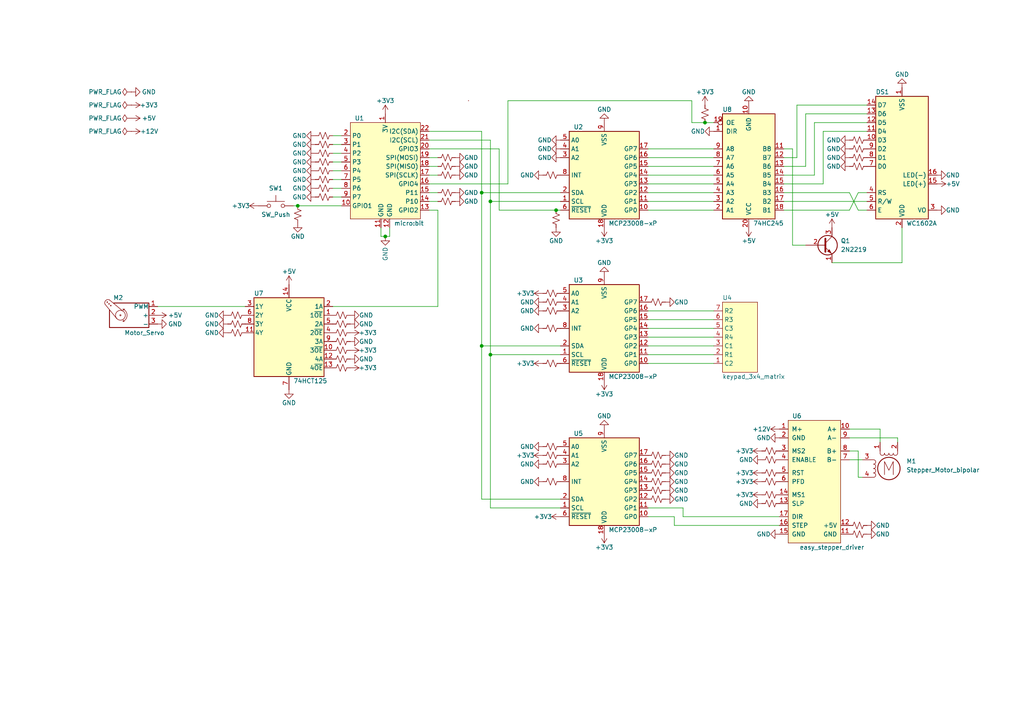
<source format=kicad_sch>
(kicad_sch (version 20211123) (generator eeschema)
  (paper "A4")
  (lib_symbols
    (symbol "74xx:74HC245" (pin_names (offset 1.016))
      (property "Reference" "U8" (at -7.62 -16.51 0))
      (property "Value" "74HC245" (at 1.27 16.51 0))
      (symbol "74HC245_1_0"
        (pin input line (at -10.16 -10.16 0) (length 2.54) (name "DIR") (number "1"))
        (pin power_in line (at 0 -17.78 90) (length 2.54) (name "GND") (number "10"))
        (pin tri_state line (at 10.16 -5.08 180) (length 2.54) (name "B8") (number "11"))
        (pin tri_state line (at 10.16 -2.54 180) (length 2.54) (name "B7") (number "12"))
        (pin tri_state line (at 10.16 0 180) (length 2.54) (name "B6") (number "13"))
        (pin tri_state line (at 10.16 2.54 180) (length 2.54) (name "B5") (number "14"))
        (pin tri_state line (at 10.16 5.08 180) (length 2.54) (name "B4") (number "15"))
        (pin tri_state line (at 10.16 7.62 180) (length 2.54) (name "B3") (number "16"))
        (pin tri_state line (at 10.16 10.16 180) (length 2.54) (name "B2") (number "17"))
        (pin tri_state line (at 10.16 12.7 180) (length 2.54) (name "B1") (number "18"))
        (pin input inverted (at -10.16 -12.7 0) (length 2.54) (name "OE") (number "19"))
        (pin tri_state line (at -10.16 12.7 0) (length 2.54) (name "A1") (number "2"))
        (pin power_in line (at 0 17.78 270) (length 2.54) (name "VCC") (number "20"))
        (pin tri_state line (at -10.16 10.16 0) (length 2.54) (name "A2") (number "3"))
        (pin tri_state line (at -10.16 7.62 0) (length 2.54) (name "A3") (number "4"))
        (pin tri_state line (at -10.16 5.08 0) (length 2.54) (name "A4") (number "5"))
        (pin tri_state line (at -10.16 2.54 0) (length 2.54) (name "A5") (number "6"))
        (pin tri_state line (at -10.16 0 0) (length 2.54) (name "A6") (number "7"))
        (pin tri_state line (at -10.16 -2.54 0) (length 2.54) (name "A7") (number "8"))
        (pin tri_state line (at -10.16 -5.08 0) (length 2.54) (name "A8") (number "9"))
      )
      (symbol "74HC245_1_1"
        (rectangle (start -7.62 15.24) (end 7.62 -15.24) (stroke (width 0.254)) (fill (type background)))
      )
    )
    (symbol "DIYer_Cutter:74HCT125" (pin_names (offset 0.254))
      (property "Reference" "U" (at 2.54 15.24 0))
      (property "Value" "74HCT125" (at -5.08 2.54 0))
      (symbol "74HCT125_0_0"
        (pin power_in line (at 0 17.78 270) (length 3.81) (name "VCC") (number "14"))
        (pin power_in line (at 0 -12.7 90) (length 3.81) (name "GND") (number "7"))
      )
      (symbol "74HCT125_0_1"
        (rectangle (start -10.16 13.97) (end 10.16 -8.89) (stroke (width 0.254)) (fill (type background)))
      )
      (symbol "74HCT125_1_1"
        (pin input line (at -12.7 8.89 0) (length 2.54) (name "1~{OE}") (number "1"))
        (pin input line (at -12.7 -1.27 0) (length 2.54) (name "3~{OE}") (number "10"))
        (pin output line (at 12.7 3.81 180) (length 2.54) (name "4Y") (number "11"))
        (pin input line (at -12.7 -3.81 0) (length 2.54) (name "4A") (number "12"))
        (pin input line (at -12.7 -6.35 0) (length 2.54) (name "4~{OE}") (number "13"))
        (pin input line (at -12.7 11.43 0) (length 2.54) (name "1A") (number "2"))
        (pin output line (at 12.7 11.43 180) (length 2.54) (name "1Y") (number "3"))
        (pin input line (at -12.7 3.81 0) (length 2.54) (name "2~{OE}") (number "4"))
        (pin input line (at -12.7 6.35 0) (length 2.54) (name "2A") (number "5"))
        (pin output line (at 12.7 8.89 180) (length 2.54) (name "2Y") (number "6"))
        (pin output line (at 12.7 6.35 180) (length 2.54) (name "3Y") (number "8"))
        (pin input line (at -12.7 1.27 0) (length 2.54) (name "3A") (number "9"))
      )
    )
    (symbol "DIYer_Cutter:BBC_micro{colon}bit_Breakout_Board"
      (property "Reference" "U" (at -6.35 15.24 0))
      (property "Value" "BBC_micro{colon}bit_Breakout_Board" (at 16.51 -15.24 0))
      (symbol "BBC_micro{colon}bit_Breakout_Board_0_1"
        (rectangle (start -10.16 13.97) (end 10.16 -13.97) (fill (type background)))
        (rectangle (start 24.13 20.32) (end 24.13 20.32))
        (rectangle (start 24.13 20.32) (end 24.13 20.32))
        (rectangle (start 24.13 20.32) (end 24.13 20.32))
        (rectangle (start 24.13 20.32) (end 24.13 20.32))
        (rectangle (start 24.13 20.32) (end 24.13 20.32))
      )
      (symbol "BBC_micro{colon}bit_Breakout_Board_1_1"
        (pin power_in line (at 0 16.51 270) (length 2.54) (name "3V") (number "1"))
        (pin bidirectional line (at -12.7 -10.16 0) (length 2.54) (name "P8") (number "10") (alternate "GPIO1" bidirectional line))
        (pin power_in line (at -1.27 -16.51 90) (length 2.54) (name "GND") (number "11"))
        (pin power_in line (at 1.27 -16.51 90) (length 2.54) (name "GND") (number "12"))
        (pin bidirectional line (at 12.7 -11.43 180) (length 2.54) (name "P9") (number "13") (alternate "GPIO2" bidirectional line))
        (pin bidirectional line (at 12.7 -8.89 180) (length 2.54) (name "P10") (number "14"))
        (pin bidirectional line (at 12.7 -6.35 180) (length 2.54) (name "P11") (number "15"))
        (pin bidirectional line (at 12.7 -3.81 180) (length 2.54) (name "P12") (number "16") (alternate "GPIO4" bidirectional line))
        (pin bidirectional line (at 12.7 -1.27 180) (length 2.54) (name "P13") (number "17") (alternate "SPI(SCLK)" output line))
        (pin bidirectional line (at 12.7 1.27 180) (length 2.54) (name "P14") (number "18") (alternate "SPI(MISO)" input line))
        (pin bidirectional line (at 12.7 3.81 180) (length 2.54) (name "P15") (number "19") (alternate "SPI(MOSI)" output line))
        (pin bidirectional line (at -12.7 10.16 0) (length 2.54) (name "P0") (number "2"))
        (pin bidirectional line (at 12.7 6.35 180) (length 2.54) (name "P16") (number "20") (alternate "GPIO3" bidirectional line))
        (pin bidirectional line (at 12.7 8.89 180) (length 2.54) (name "P19") (number "21") (alternate "I2C(SCL)" output line))
        (pin bidirectional line (at 12.7 11.43 180) (length 2.54) (name "P20") (number "22") (alternate "I2C(SDA)" bidirectional line))
        (pin bidirectional line (at -12.7 7.62 0) (length 2.54) (name "P1") (number "3"))
        (pin bidirectional line (at -12.7 5.08 0) (length 2.54) (name "P2") (number "4"))
        (pin bidirectional line (at -12.7 2.54 0) (length 2.54) (name "P3") (number "5"))
        (pin bidirectional line (at -12.7 0 0) (length 2.54) (name "P4") (number "6"))
        (pin bidirectional line (at -12.7 -2.54 0) (length 2.54) (name "P5") (number "7"))
        (pin bidirectional line (at -12.7 -5.08 0) (length 2.54) (name "P6") (number "8"))
        (pin bidirectional line (at -12.7 -7.62 0) (length 2.54) (name "P7") (number "9"))
      )
    )
    (symbol "DIYer_Cutter:easy_stepper_driver" (pin_names (offset 1.016))
      (property "Reference" "U" (at -6.35 10.16 0))
      (property "Value" "easy_stepper_driver" (at 5.08 -27.94 0))
      (symbol "easy_stepper_driver_0_1"
        (rectangle (start -7.62 8.89) (end 7.62 -26.67) (fill (type background)))
      )
      (symbol "easy_stepper_driver_1_1"
        (pin power_in line (at -10.16 6.35 0) (length 2.54) (name "M+") (number "1"))
        (pin output line (at 10.16 6.35 180) (length 2.54) (name "A+") (number "10"))
        (pin power_out line (at 10.16 -24.13 180) (length 2.54) (name "GND") (number "11"))
        (pin power_out line (at 10.16 -21.59 180) (length 2.54) (name "+5V") (number "12"))
        (pin input line (at -10.16 -15.24 0) (length 2.54) (name "SLP") (number "13"))
        (pin input line (at -10.16 -12.7 0) (length 2.54) (name "MS1") (number "14"))
        (pin power_in line (at -10.16 -24.13 0) (length 2.54) (name "GND") (number "15"))
        (pin input line (at -10.16 -21.59 0) (length 2.54) (name "STEP") (number "16"))
        (pin input line (at -10.16 -19.05 0) (length 2.54) (name "DIR") (number "17"))
        (pin power_in line (at -10.16 3.81 0) (length 2.54) (name "GND") (number "2"))
        (pin input line (at -10.16 0 0) (length 2.54) (name "MS2") (number "3"))
        (pin input line (at -10.16 -2.54 0) (length 2.54) (name "ENABLE") (number "4"))
        (pin input line (at -10.16 -6.35 0) (length 2.54) (name "RST") (number "5"))
        (pin input line (at -10.16 -8.89 0) (length 2.54) (name "PFD") (number "6"))
        (pin output line (at 10.16 -2.54 180) (length 2.54) (name "B-") (number "7"))
        (pin output line (at 10.16 0 180) (length 2.54) (name "B+") (number "8"))
        (pin output line (at 10.16 3.81 180) (length 2.54) (name "A-") (number "9"))
      )
    )
    (symbol "DIYer_Cutter:keypad_3x4_matrix"
      (property "Reference" "U" (at -8.89 7.62 0))
      (property "Value" "keypad_3x4_matrix" (at 17.78 -5.08 0))
      (symbol "keypad_3x4_matrix_0_1"
        (rectangle (start -10.16 6.35) (end 10.16 -3.81) (fill (type background)))
      )
      (symbol "keypad_3x4_matrix_1_1"
        (pin output line (at -7.62 -6.35 90) (length 2.54) (name "C2") (number "1"))
        (pin output line (at -5.08 -6.35 90) (length 2.54) (name "R1") (number "2"))
        (pin output line (at -2.54 -6.35 90) (length 2.54) (name "C1") (number "3"))
        (pin output line (at 0 -6.35 90) (length 2.54) (name "R4") (number "4"))
        (pin output line (at 2.54 -6.35 90) (length 2.54) (name "C3") (number "5"))
        (pin output line (at 5.08 -6.35 90) (length 2.54) (name "R3") (number "6"))
        (pin output line (at 7.62 -6.35 90) (length 2.54) (name "R2") (number "7"))
      )
    )
    (symbol "Device:R_Small_US" (pin_numbers hide) (pin_names (offset 0.254) hide)
      (property "Reference" "R" (at 0.762 0.508 0))
      (property "Value" "R_Small_US" (at 0.762 -1.016 0))
      (symbol "R_Small_US_1_1"
        (polyline (pts (xy 0 0) (xy 1.016 -0.381) (xy 0 -0.762) (xy -1.016 -1.143) (xy 0 -1.524)))
        (polyline (pts (xy 0 1.524) (xy 1.016 1.143) (xy 0 0.762) (xy -1.016 0.381) (xy 0 0)))
        (pin passive line (at 0 2.54 270) (length 1.016) (name "~") (number "1"))
        (pin passive line (at 0 -2.54 90) (length 1.016) (name "~") (number "2"))
      )
    )
    (symbol "Display_Character:WC1602A"
      (property "Reference" "DS" (at -5.842 19.05 0))
      (property "Value" "WC1602A" (at 5.334 19.05 0))
      (symbol "WC1602A_1_1"
        (rectangle (start -7.62 17.78) (end 7.62 -17.78) (stroke (width 0.254)) (fill (type background)))
        (pin power_in line (at 0 -20.32 90) (length 2.54) (name "VSS") (number "1"))
        (pin input line (at -10.16 -5.08 0) (length 2.54) (name "D3") (number "10"))
        (pin input line (at -10.16 -7.62 0) (length 2.54) (name "D4") (number "11"))
        (pin input line (at -10.16 -10.16 0) (length 2.54) (name "D5") (number "12"))
        (pin input line (at -10.16 -12.7 0) (length 2.54) (name "D6") (number "13"))
        (pin input line (at -10.16 -15.24 0) (length 2.54) (name "D7") (number "14"))
        (pin power_in line (at 10.16 7.62 180) (length 2.54) (name "LED(+)") (number "15"))
        (pin power_in line (at 10.16 5.08 180) (length 2.54) (name "LED(-)") (number "16"))
        (pin power_in line (at 0 20.32 270) (length 2.54) (name "VDD") (number "2"))
        (pin input line (at 10.16 15.24 180) (length 2.54) (name "VO") (number "3"))
        (pin input line (at -10.16 10.16 0) (length 2.54) (name "RS") (number "4"))
        (pin input line (at -10.16 12.7 0) (length 2.54) (name "R/W") (number "5"))
        (pin input line (at -10.16 15.24 0) (length 2.54) (name "E") (number "6"))
        (pin input line (at -10.16 2.54 0) (length 2.54) (name "D0") (number "7"))
        (pin input line (at -10.16 0 0) (length 2.54) (name "D1") (number "8"))
        (pin input line (at -10.16 -2.54 0) (length 2.54) (name "D2") (number "9"))
      )
    )
    (symbol "Interface_Expansion:MCP23008-xP"
      (property "Reference" "U" (at -8.89 13.97 0))
      (property "Value" "MCP23008-xP" (at 8.89 13.97 0))
      (symbol "MCP23008-xP_0_1"
        (rectangle (start -10.16 12.7) (end 10.16 -12.7) (stroke (width 0.254)) (fill (type background)))
      )
      (symbol "MCP23008-xP_1_1"
        (pin input line (at -12.7 7.62 0) (length 2.54) (name "SCL") (number "1"))
        (pin bidirectional line (at 12.7 10.16 180) (length 2.54) (name "GP0") (number "10"))
        (pin bidirectional line (at 12.7 7.62 180) (length 2.54) (name "GP1") (number "11"))
        (pin bidirectional line (at 12.7 5.08 180) (length 2.54) (name "GP2") (number "12"))
        (pin bidirectional line (at 12.7 2.54 180) (length 2.54) (name "GP3") (number "13"))
        (pin bidirectional line (at 12.7 0 180) (length 2.54) (name "GP4") (number "14"))
        (pin bidirectional line (at 12.7 -2.54 180) (length 2.54) (name "GP5") (number "15"))
        (pin bidirectional line (at 12.7 -5.08 180) (length 2.54) (name "GP6") (number "16"))
        (pin bidirectional line (at 12.7 -7.62 180) (length 2.54) (name "GP7") (number "17"))
        (pin power_in line (at 0 15.24 270) (length 2.54) (name "VDD") (number "18"))
        (pin bidirectional line (at -12.7 5.08 0) (length 2.54) (name "SDA") (number "2"))
        (pin input line (at -12.7 -5.08 0) (length 2.54) (name "A2") (number "3"))
        (pin input line (at -12.7 -7.62 0) (length 2.54) (name "A1") (number "4"))
        (pin input line (at -12.7 -10.16 0) (length 2.54) (name "A0") (number "5"))
        (pin input line (at -12.7 10.16 0) (length 2.54) (name "~{RESET}") (number "6"))
        (pin no_connect line (at -10.16 -2.54 0) (length 2.54) hide (name "NC") (number "7"))
        (pin output line (at -12.7 0 0) (length 2.54) (name "INT") (number "8"))
        (pin power_in line (at 0 -15.24 90) (length 2.54) (name "VSS") (number "9"))
      )
    )
    (symbol "Motor:Motor_Servo" (pin_names (offset 0.0254))
      (property "Reference" "M" (at -5.08 4.445 0))
      (property "Value" "Motor_Servo" (at -5.08 -4.064 0))
      (symbol "Motor_Servo_0_1"
        (polyline (pts (xy 2.413 -1.778) (xy 2.032 -1.778)))
        (polyline (pts (xy 2.413 -1.778) (xy 2.286 -1.397)))
        (polyline (pts (xy 2.413 1.778) (xy 1.905 1.778)))
        (polyline (pts (xy 2.413 1.778) (xy 2.286 1.397)))
        (polyline (pts (xy 6.35 4.445) (xy 2.54 1.27)))
        (polyline (pts (xy 7.62 3.175) (xy 4.191 -1.016)))
        (polyline (pts (xy 5.08 3.556) (xy -5.08 3.556) (xy -5.08 -3.556) (xy 6.35 -3.556) (xy 6.35 1.524)) (stroke (width 0.254)))
        (arc (start 2.413 1.778) (mid 1.2406 0) (end 2.413 -1.778))
        (circle (center 3.175 0) (radius 0.1778))
        (circle (center 3.175 0) (radius 1.4224))
        (circle (center 5.969 2.794) (radius 0.127))
        (circle (center 6.477 3.302) (radius 0.127))
        (circle (center 6.985 3.81) (radius 0.127))
        (arc (start 7.62 3.175) (mid 7.4485 4.2735) (end 6.35 4.445))
      )
      (symbol "Motor_Servo_1_1"
        (pin passive line (at -7.62 2.54 0) (length 2.54) (name "PWM") (number "1"))
        (pin passive line (at -7.62 0 0) (length 2.54) (name "+") (number "2"))
        (pin passive line (at -7.62 -2.54 0) (length 2.54) (name "-") (number "3"))
      )
    )
    (symbol "Motor:Stepper_Motor_bipolar" (pin_names (offset 0) hide)
      (property "Reference" "M" (at 3.81 2.54 0))
      (property "Value" "Stepper_Motor_bipolar" (at 3.81 1.27 0))
      (symbol "Stepper_Motor_bipolar_0_0"
        (polyline (pts (xy -1.27 -1.778) (xy -1.27 2.032) (xy 0 -0.508) (xy 1.27 2.032) (xy 1.27 -1.778)))
      )
      (symbol "Stepper_Motor_bipolar_0_1"
        (arc (start -4.445 -2.54) (mid -3.81 -1.905) (end -4.445 -1.27))
        (arc (start -4.445 -1.27) (mid -3.81 -0.635) (end -4.445 0))
        (arc (start -4.445 0) (mid -3.81 0.635) (end -4.445 1.27))
        (arc (start -4.445 1.27) (mid -3.81 1.905) (end -4.445 2.54))
        (arc (start -2.54 4.445) (mid -1.905 3.81) (end -1.27 4.445))
        (arc (start -1.27 4.445) (mid -0.635 3.81) (end 0 4.445))
        (polyline (pts (xy -5.08 -2.54) (xy -4.445 -2.54)))
        (polyline (pts (xy -5.08 2.54) (xy -4.445 2.54)))
        (polyline (pts (xy -2.54 5.08) (xy -2.54 4.445)))
        (polyline (pts (xy 2.54 5.08) (xy 2.54 4.445)))
        (circle (center 0 0) (radius 3.2512) (stroke (width 0.254)))
        (arc (start 0 4.445) (mid 0.635 3.81) (end 1.27 4.445))
        (arc (start 1.27 4.445) (mid 1.905 3.81) (end 2.54 4.445))
      )
      (symbol "Stepper_Motor_bipolar_1_1"
        (pin passive line (at -2.54 7.62 270) (length 2.54) (name "~") (number "1"))
        (pin passive line (at 2.54 7.62 270) (length 2.54) (name "-") (number "2"))
        (pin passive line (at -7.62 2.54 0) (length 2.54) (name "~") (number "3"))
        (pin passive line (at -7.62 -2.54 0) (length 2.54) (name "~") (number "4"))
      )
    )
    (symbol "Switch:SW_Push" (pin_numbers hide) (pin_names (offset 1.016) hide)
      (property "Reference" "SW" (at 1.27 2.54 0))
      (property "Value" "SW_Push" (at 0 -1.524 0))
      (symbol "SW_Push_0_1"
        (circle (center -2.032 0) (radius 0.508))
        (polyline (pts (xy 0 1.27) (xy 0 3.048)))
        (polyline (pts (xy 2.54 1.27) (xy -2.54 1.27)))
        (circle (center 2.032 0) (radius 0.508))
        (pin passive line (at -5.08 0 0) (length 2.54) (name "1") (number "1"))
        (pin passive line (at 5.08 0 180) (length 2.54) (name "2") (number "2"))
      )
    )
    (symbol "Transistor_BJT:2N2219" (pin_names (offset 0) hide)
      (property "Reference" "Q" (at 5.08 1.905 0))
      (property "Value" "2N2219" (at 5.08 0 0))
      (symbol "2N2219_0_1"
        (polyline (pts (xy 0.635 0.635) (xy 2.54 2.54)))
        (polyline (pts (xy 0.635 -0.635) (xy 2.54 -2.54) (xy 2.54 -2.54)))
        (polyline (pts (xy 0.635 1.905) (xy 0.635 -1.905) (xy 0.635 -1.905)) (stroke (width 0.508)))
        (polyline (pts (xy 1.27 -1.778) (xy 1.778 -1.27) (xy 2.286 -2.286) (xy 1.27 -1.778) (xy 1.27 -1.778)) (fill (type outline)))
        (circle (center 1.27 0) (radius 2.8194) (stroke (width 0.254)))
      )
      (symbol "2N2219_1_1"
        (pin passive line (at 2.54 -5.08 90) (length 2.54) (name "E") (number "1"))
        (pin passive line (at -5.08 0 0) (length 5.715) (name "B") (number "2"))
        (pin passive line (at 2.54 5.08 270) (length 2.54) (name "C") (number "3"))
      )
    )
    (symbol "power:+12V" (power) (pin_names (offset 0))
      (property "Value" "+12V" (at 0 3.556 0))
      (symbol "+12V_0_1"
        (polyline (pts (xy -0.762 1.27) (xy 0 2.54)))
        (polyline (pts (xy 0 0) (xy 0 2.54)))
        (polyline (pts (xy 0 2.54) (xy 0.762 1.27)))
      )
      (symbol "+12V_1_1"
        (pin power_in line (at 0 0 90) (length 0) hide (name "+12V") (number "1"))
      )
    )
    (symbol "power:+3V3" (power) (pin_names (offset 0))
      (property "Value" "+3V3" (at 0 3.556 0))
      (symbol "+3V3_0_1"
        (polyline (pts (xy -0.762 1.27) (xy 0 2.54)))
        (polyline (pts (xy 0 0) (xy 0 2.54)))
        (polyline (pts (xy 0 2.54) (xy 0.762 1.27)))
      )
      (symbol "+3V3_1_1"
        (pin power_in line (at 0 0 90) (length 0) hide (name "+3V3") (number "1"))
      )
    )
    (symbol "power:+5V" (power) (pin_names (offset 0))
      (property "Value" "+5V" (at 0 3.556 0))
      (symbol "+5V_0_1"
        (polyline (pts (xy -0.762 1.27) (xy 0 2.54)))
        (polyline (pts (xy 0 0) (xy 0 2.54)))
        (polyline (pts (xy 0 2.54) (xy 0.762 1.27)))
      )
      (symbol "+5V_1_1"
        (pin power_in line (at 0 0 90) (length 0) hide (name "+5V") (number "1"))
      )
    )
    (symbol "power:GND" (power) (pin_names (offset 0))
      (property "Value" "GND" (at 0 -3.81 0))
      (symbol "GND_0_1"
        (polyline (pts (xy 0 0) (xy 0 -1.27) (xy 1.27 -1.27) (xy 0 -2.54) (xy -1.27 -1.27) (xy 0 -1.27)))
      )
      (symbol "GND_1_1"
        (pin power_in line (at 0 0 270) (length 0) hide (name "GND") (number "1"))
      )
    )
    (symbol "power:PWR_FLAG" (power) (pin_numbers hide) (pin_names (offset 0) hide)
      (property "Value" "PWR_FLAG" (at 0 3.81 0))
      (symbol "PWR_FLAG_0_0"
        (pin power_out line (at 0 0 90) (length 0) (name "pwr") (number "1"))
      )
      (symbol "PWR_FLAG_0_1"
        (polyline (pts (xy 0 0) (xy 0 1.27) (xy -1.016 1.905) (xy 0 2.54) (xy 1.016 1.905) (xy 0 1.27)))
      )
    )
  )
  (junction (at 111.76 68.58))
  (junction (at 142.24 58.42))
  (junction (at 204.47 35.56))
  (junction (at 139.7 55.88))
  (junction (at 161.29 60.96))
  (junction (at 139.7 100.33))
  (junction (at 86.36 59.69))
  (junction (at 142.24 102.87))
  (wire (pts (xy 113.03 68.58) (xy 113.03 66.04)))
  (wire (pts (xy 187.96 43.18) (xy 207.01 43.18)))
  (wire (pts (xy 96.52 41.91) (xy 99.06 41.91)))
  (wire (pts (xy 227.33 43.18) (xy 229.87 43.18)))
  (wire (pts (xy 124.46 55.88) (xy 127 55.88)))
  (wire (pts (xy 231.14 30.48) (xy 251.46 30.48)))
  (wire (pts (xy 246.38 127) (xy 260.35 127)))
  (wire (pts (xy 195.58 152.4) (xy 195.58 149.86)))
  (wire (pts (xy 96.52 46.99) (xy 99.06 46.99)))
  (wire (pts (xy 241.3 76.2) (xy 261.62 76.2)))
  (wire (pts (xy 142.24 58.42) (xy 142.24 102.87)))
  (wire (pts (xy 248.92 55.88) (xy 251.46 55.88)))
  (wire (pts (xy 187.96 90.17) (xy 207.01 90.17)))
  (wire (pts (xy 142.24 102.87) (xy 162.56 102.87)))
  (wire (pts (xy 187.96 60.96) (xy 207.01 60.96)))
  (wire (pts (xy 96.52 52.07) (xy 99.06 52.07)))
  (wire (pts (xy 187.96 97.79) (xy 207.01 97.79)))
  (wire (pts (xy 195.58 149.86) (xy 187.96 149.86)))
  (wire (pts (xy 139.7 144.78) (xy 162.56 144.78)))
  (wire (pts (xy 96.52 57.15) (xy 99.06 57.15)))
  (wire (pts (xy 260.35 128.27) (xy 260.35 127)))
  (wire (pts (xy 231.14 45.72) (xy 231.14 30.48)))
  (wire (pts (xy 229.87 43.18) (xy 229.87 71.12)))
  (wire (pts (xy 111.76 68.58) (xy 113.03 68.58)))
  (wire (pts (xy 238.76 38.1) (xy 251.46 38.1)))
  (wire (pts (xy 144.78 60.96) (xy 144.78 43.18)))
  (wire (pts (xy 142.24 102.87) (xy 142.24 147.32)))
  (wire (pts (xy 246.38 60.96) (xy 248.92 55.88)))
  (wire (pts (xy 236.22 50.8) (xy 236.22 35.56)))
  (wire (pts (xy 124.46 58.42) (xy 127 58.42)))
  (wire (pts (xy 187.96 100.33) (xy 207.01 100.33)))
  (wire (pts (xy 227.33 48.26) (xy 233.68 48.26)))
  (wire (pts (xy 248.92 60.96) (xy 246.38 55.88)))
  (wire (pts (xy 139.7 38.1) (xy 139.7 55.88)))
  (wire (pts (xy 200.66 35.56) (xy 204.47 35.56)))
  (wire (pts (xy 187.96 92.71) (xy 207.01 92.71)))
  (wire (pts (xy 198.12 147.32) (xy 198.12 149.86)))
  (wire (pts (xy 110.49 68.58) (xy 110.49 66.04)))
  (wire (pts (xy 96.52 54.61) (xy 99.06 54.61)))
  (wire (pts (xy 45.72 88.9) (xy 71.12 88.9)))
  (wire (pts (xy 187.96 105.41) (xy 207.01 105.41)))
  (wire (pts (xy 233.68 71.12) (xy 229.87 71.12)))
  (wire (pts (xy 85.09 59.69) (xy 86.36 59.69)))
  (wire (pts (xy 147.32 29.21) (xy 200.66 29.21)))
  (wire (pts (xy 142.24 58.42) (xy 162.56 58.42)))
  (wire (pts (xy 187.96 58.42) (xy 207.01 58.42)))
  (wire (pts (xy 236.22 35.56) (xy 251.46 35.56)))
  (wire (pts (xy 144.78 60.96) (xy 161.29 60.96)))
  (wire (pts (xy 187.96 95.25) (xy 207.01 95.25)))
  (wire (pts (xy 246.38 133.35) (xy 250.19 133.35)))
  (wire (pts (xy 127 88.9) (xy 96.52 88.9)))
  (wire (pts (xy 246.38 124.46) (xy 255.27 124.46)))
  (wire (pts (xy 110.49 68.58) (xy 111.76 68.58)))
  (wire (pts (xy 139.7 100.33) (xy 139.7 144.78)))
  (wire (pts (xy 139.7 55.88) (xy 139.7 100.33)))
  (wire (pts (xy 96.52 44.45) (xy 99.06 44.45)))
  (wire (pts (xy 255.27 128.27) (xy 255.27 124.46)))
  (wire (pts (xy 187.96 102.87) (xy 207.01 102.87)))
  (wire (pts (xy 96.52 39.37) (xy 99.06 39.37)))
  (wire (pts (xy 142.24 40.64) (xy 142.24 58.42)))
  (wire (pts (xy 124.46 60.96) (xy 127 60.96)))
  (wire (pts (xy 147.32 53.34) (xy 147.32 29.21)))
  (wire (pts (xy 246.38 130.81) (xy 248.92 130.81)))
  (wire (pts (xy 124.46 45.72) (xy 127 45.72)))
  (wire (pts (xy 227.33 45.72) (xy 231.14 45.72)))
  (wire (pts (xy 227.33 60.96) (xy 246.38 60.96)))
  (wire (pts (xy 200.66 29.21) (xy 200.66 35.56)))
  (wire (pts (xy 248.92 130.81) (xy 248.92 138.43)))
  (wire (pts (xy 204.47 35.56) (xy 207.01 35.56)))
  (wire (pts (xy 124.46 40.64) (xy 142.24 40.64)))
  (wire (pts (xy 233.68 33.02) (xy 251.46 33.02)))
  (wire (pts (xy 227.33 55.88) (xy 246.38 55.88)))
  (wire (pts (xy 139.7 55.88) (xy 162.56 55.88)))
  (wire (pts (xy 226.06 152.4) (xy 195.58 152.4)))
  (wire (pts (xy 187.96 55.88) (xy 207.01 55.88)))
  (wire (pts (xy 187.96 50.8) (xy 207.01 50.8)))
  (wire (pts (xy 251.46 60.96) (xy 248.92 60.96)))
  (wire (pts (xy 248.92 138.43) (xy 250.19 138.43)))
  (wire (pts (xy 124.46 50.8) (xy 127 50.8)))
  (wire (pts (xy 233.68 48.26) (xy 233.68 33.02)))
  (wire (pts (xy 127 60.96) (xy 127 88.9)))
  (wire (pts (xy 124.46 43.18) (xy 144.78 43.18)))
  (wire (pts (xy 86.36 59.69) (xy 99.06 59.69)))
  (wire (pts (xy 187.96 53.34) (xy 207.01 53.34)))
  (wire (pts (xy 161.29 60.96) (xy 162.56 60.96)))
  (wire (pts (xy 124.46 53.34) (xy 147.32 53.34)))
  (wire (pts (xy 139.7 100.33) (xy 162.56 100.33)))
  (wire (pts (xy 261.62 76.2) (xy 261.62 66.04)))
  (wire (pts (xy 187.96 45.72) (xy 207.01 45.72)))
  (wire (pts (xy 227.33 50.8) (xy 236.22 50.8)))
  (wire (pts (xy 198.12 149.86) (xy 226.06 149.86)))
  (wire (pts (xy 238.76 53.34) (xy 238.76 38.1)))
  (wire (pts (xy 187.96 48.26) (xy 207.01 48.26)))
  (wire (pts (xy 124.46 38.1) (xy 139.7 38.1)))
  (wire (pts (xy 187.96 147.32) (xy 198.12 147.32)))
  (wire (pts (xy 227.33 58.42) (xy 251.46 58.42)))
  (wire (pts (xy 227.33 53.34) (xy 238.76 53.34)))
  (wire (pts (xy 96.52 49.53) (xy 99.06 49.53)))
  (wire (pts (xy 124.46 48.26) (xy 127 48.26)))
  (wire (pts (xy 142.24 147.32) (xy 162.56 147.32)))
  (symbol (lib_id "power:GND") (at 157.48 90.17 270) (mirror x) (unit 1)
    (property "Reference" "#PWR032" (effects hide))
    (property "Value" "GND" (at 154.94 90.17 90) (effects (justify right)))
  )
  (symbol (lib_id "power:GND") (at 246.38 48.26 270) (mirror x) (unit 1)
    (property "Reference" "#PWR050" (effects hide))
    (property "Value" "GND" (at 243.84 48.26 90) (effects (justify right)))
  )
  (symbol (lib_id "Device:R_Small_US") (at 223.52 133.35 270) (unit 1)
    (property "Reference" "R39" (effects hide))
    (property "Value" "R_Small_US" (effects hide))
  )
  (symbol (lib_id "power:+3V3") (at 101.6 96.52 270) (unit 1)
    (property "Reference" "#PWR0109" (effects hide))
    (property "Value" "+3V3" (at 106.68 96.52 90))
  )
  (symbol (lib_id "power:GND") (at 193.04 139.7 90) (unit 1)
    (property "Reference" "#PWR027" (effects hide))
    (property "Value" "GND" (at 195.58 139.7 90) (effects (justify right)))
  )
  (symbol (lib_id "power:GND") (at 246.38 45.72 270) (mirror x) (unit 1)
    (property "Reference" "#PWR046" (effects hide))
    (property "Value" "GND" (at 243.84 45.72 90) (effects (justify right)))
  )
  (symbol (lib_id "Device:R_Small_US") (at 99.06 99.06 270) (unit 1)
    (property "Reference" "R48" (effects hide))
    (property "Value" "R_Small_US" (effects hide))
  )
  (symbol (lib_id "DIYer_Cutter:BBC_micro{colon}bit_Breakout_Board") (at 111.76 49.53 0) (unit 1)
    (property "Reference" "U1" (at 102.87 34.29 0) (effects (justify left)))
    (property "Value" "micro:bit" (at 114.3 64.77 0) (effects (justify left)))
    (pin "10" (alternate "GPIO1"))
    (pin "13" (alternate "GPIO2"))
    (pin "16" (alternate "GPIO4"))
    (pin "17" (alternate "SPI(SCLK)"))
    (pin "18" (alternate "SPI(MISO)"))
    (pin "19" (alternate "SPI(MOSI)"))
    (pin "20" (alternate "GPIO3"))
    (pin "21" (alternate "I2C(SCL)"))
    (pin "22" (alternate "I2C(SDA)"))
  )
  (symbol (lib_id "power:GND") (at 111.76 68.58 0) (unit 1)
    (property "Reference" "#PWR037" (effects hide))
    (property "Value" "GND" (at 111.76 73.66 90))
  )
  (symbol (lib_id "Device:R_Small_US") (at 248.92 40.64 270) (unit 1)
    (property "Reference" "R3" (effects hide))
    (property "Value" "R_Small_US" (effects hide))
  )
  (symbol (lib_id "power:GND") (at 66.04 93.98 270) (unit 1)
    (property "Reference" "#PWR018" (effects hide))
    (property "Value" "GND" (at 63.5 93.98 90) (effects (justify right)))
  )
  (symbol (lib_id "power:GND") (at 66.04 96.52 270) (unit 1)
    (property "Reference" "#PWR019" (effects hide))
    (property "Value" "GND" (at 63.5 96.52 90) (effects (justify right)))
  )
  (symbol (lib_id "Device:R_Small_US") (at 68.58 91.44 90) (unit 1)
    (property "Reference" "R20" (effects hide))
    (property "Value" "R_Small_US" (effects hide))
  )
  (symbol (lib_id "Device:R_Small_US") (at 248.92 152.4 270) (unit 1)
    (property "Reference" "R23" (effects hide))
    (property "Value" "R_Small_US" (effects hide))
  )
  (symbol (lib_id "power:GND") (at 271.78 60.96 90) (mirror x) (unit 1)
    (property "Reference" "#PWR0153" (effects hide))
    (property "Value" "GND" (at 274.32 60.96 90) (effects (justify right)))
  )
  (symbol (lib_id "DIYer_Cutter:easy_stepper_driver") (at 236.22 130.81 0) (unit 1)
    (property "Reference" "U6" (at 231.14 120.65 0))
    (property "Value" "easy_stepper_driver" (at 241.3 158.75 0))
  )
  (symbol (lib_id "Device:R_Small_US") (at 93.98 46.99 90) (unit 1)
    (property "Reference" "R15" (effects hide))
    (property "Value" "R_Small_US" (effects hide))
  )
  (symbol (lib_id "power:+3V3") (at 157.48 85.09 90) (unit 1)
    (property "Reference" "#PWR0111" (effects hide))
    (property "Value" "+3V3" (at 152.4 85.09 90))
  )
  (symbol (lib_id "power:+5V") (at 217.17 66.04 180) (unit 1)
    (property "Reference" "#PWR0121" (effects hide))
    (property "Value" "+5V" (at 217.17 69.85 0))
  )
  (symbol (lib_id "Transistor_BJT:2N2219") (at 238.76 71.12 0) (unit 1)
    (property "Reference" "Q1" (at 243.84 69.8499 0) (effects (justify left)))
    (property "Value" "2N2219" (at 243.84 72.3899 0) (effects (justify left)))
    (property "Footprint" "Package_TO_SOT_THT:TO-39-3" (effects hide))
    (property "Datasheet" "http://www.onsemi.com/pub_link/Collateral/2N2219-D.PDF" (effects hide))
  )
  (symbol (lib_id "power:GND") (at 91.44 44.45 270) (unit 1)
    (property "Reference" "#PWR010" (effects hide))
    (property "Value" "GND" (at 88.9 44.45 90) (effects (justify right)))
  )
  (symbol (lib_id "Device:R_Small_US") (at 223.52 130.81 270) (unit 1)
    (property "Reference" "R38" (effects hide))
    (property "Value" "R_Small_US" (effects hide))
  )
  (symbol (lib_id "Device:R_Small_US") (at 190.5 87.63 270) (unit 1)
    (property "Reference" "R27" (effects hide))
    (property "Value" "R_Small_US" (effects hide))
  )
  (symbol (lib_id "power:+3V3") (at 162.56 149.86 90) (unit 1)
    (property "Reference" "#PWR0110" (effects hide))
    (property "Value" "+3V3" (at 157.48 149.86 90))
  )
  (symbol (lib_id "power:+12V") (at 226.06 124.46 90) (unit 1)
    (property "Reference" "#PWR0127" (effects hide))
    (property "Value" "+12V" (at 223.52 124.46 90) (effects (justify left)))
  )
  (symbol (lib_id "power:PWR_FLAG") (at 38.1 34.29 90) (unit 1)
    (property "Reference" "#FLG01" (effects hide))
    (property "Value" "PWR_FLAG" (at 30.48 34.29 90))
  )
  (symbol (lib_id "power:GND") (at 193.04 132.08 90) (unit 1)
    (property "Reference" "#PWR024" (effects hide))
    (property "Value" "GND" (at 195.58 132.08 90) (effects (justify right)))
  )
  (symbol (lib_id "power:GND") (at 246.38 43.18 270) (mirror x) (unit 1)
    (property "Reference" "#PWR031" (effects hide))
    (property "Value" "GND" (at 243.84 43.18 90) (effects (justify right)))
  )
  (symbol (lib_id "Device:R_Small_US") (at 160.02 95.25 270) (unit 1)
    (property "Reference" "R26" (effects hide))
    (property "Value" "R_Small_US" (effects hide))
  )
  (symbol (lib_id "power:+3V3") (at 157.48 132.08 90) (unit 1)
    (property "Reference" "#PWR051" (effects hide))
    (property "Value" "+3V3" (at 152.4 132.08 90))
  )
  (symbol (lib_id "power:GND") (at 91.44 52.07 270) (unit 1)
    (property "Reference" "#PWR013" (effects hide))
    (property "Value" "GND" (at 88.9 52.07 90) (effects (justify right)))
  )
  (symbol (lib_id "power:GND") (at 45.72 93.98 90) (unit 1)
    (property "Reference" "#PWR0104" (effects hide))
    (property "Value" "GND" (at 50.8 93.98 90))
  )
  (symbol (lib_id "power:GND") (at 226.06 127 270) (unit 1)
    (property "Reference" "#PWR0129" (effects hide))
    (property "Value" "GND" (at 223.52 127 90) (effects (justify right)))
  )
  (symbol (lib_id "power:+3V3") (at 38.1 30.48 270) (unit 1)
    (property "Reference" "#PWR035" (effects hide))
    (property "Value" "+3V3" (at 43.18 30.48 90))
  )
  (symbol (lib_id "power:GND") (at 175.26 124.46 0) (mirror x) (unit 1)
    (property "Reference" "#PWR0138" (effects hide))
    (property "Value" "GND" (at 175.26 120.65 0))
  )
  (symbol (lib_id "Display_Character:WC1602A") (at 261.62 45.72 0) (mirror x) (unit 1)
    (property "Reference" "DS1" (at 254 26.67 0) (effects (justify left)))
    (property "Value" "WC1602A" (at 262.89 64.77 0) (effects (justify left)))
    (property "Footprint" "Display:WC1602A" (effects hide))
    (property "Datasheet" "http://www.wincomlcd.com/pdf/WC1602A-SFYLYHTC06.pdf" (effects hide))
  )
  (symbol (lib_id "power:+3V3") (at 175.26 110.49 180) (unit 1)
    (property "Reference" "#PWR0119" (effects hide))
    (property "Value" "+3V3" (at 175.26 114.3 0))
  )
  (symbol (lib_id "Device:R_Small_US") (at 190.5 132.08 270) (unit 1)
    (property "Reference" "R28" (effects hide))
    (property "Value" "R_Small_US" (effects hide))
  )
  (symbol (lib_id "power:GND") (at 132.08 58.42 90) (unit 1)
    (property "Reference" "#PWR02" (effects hide))
    (property "Value" "GND" (at 134.62 58.42 90) (effects (justify right)))
  )
  (symbol (lib_id "power:GND") (at 101.6 104.14 90) (unit 1)
    (property "Reference" "#PWR044" (effects hide))
    (property "Value" "GND" (at 104.14 104.14 90) (effects (justify right)))
  )
  (symbol (lib_id "Device:R_Small_US") (at 190.5 137.16 270) (unit 1)
    (property "Reference" "R30" (effects hide))
    (property "Value" "R_Small_US" (effects hide))
  )
  (symbol (lib_id "Device:R_Small_US") (at 248.92 154.94 270) (unit 1)
    (property "Reference" "R24" (effects hide))
    (property "Value" "R_Small_US" (effects hide))
  )
  (symbol (lib_id "Device:R_Small_US") (at 248.92 43.18 270) (unit 1)
    (property "Reference" "R4" (effects hide))
    (property "Value" "R_Small_US" (effects hide))
  )
  (symbol (lib_id "power:GND") (at 91.44 46.99 270) (unit 1)
    (property "Reference" "#PWR011" (effects hide))
    (property "Value" "GND" (at 88.9 46.99 90) (effects (justify right)))
  )
  (symbol (lib_id "power:GND") (at 162.56 45.72 270) (mirror x) (unit 1)
    (property "Reference" "#PWR048" (effects hide))
    (property "Value" "GND" (at 160.02 45.72 90) (effects (justify right)))
  )
  (symbol (lib_id "Device:R_Small_US") (at 190.5 144.78 270) (unit 1)
    (property "Reference" "R33" (effects hide))
    (property "Value" "R_Small_US" (effects hide))
  )
  (symbol (lib_id "power:GND") (at 193.04 137.16 90) (unit 1)
    (property "Reference" "#PWR026" (effects hide))
    (property "Value" "GND" (at 195.58 137.16 90) (effects (justify right)))
  )
  (symbol (lib_id "power:GND") (at 157.48 129.54 270) (mirror x) (unit 1)
    (property "Reference" "#PWR0107" (effects hide))
    (property "Value" "GND" (at 154.94 129.54 90) (effects (justify right)))
  )
  (symbol (lib_id "power:+3V3") (at 220.98 130.81 90) (unit 1)
    (property "Reference" "#PWR0130" (effects hide))
    (property "Value" "+3V3" (at 215.9 130.81 90))
  )
  (symbol (lib_id "power:GND") (at 207.01 38.1 270) (mirror x) (unit 1)
    (property "Reference" "#PWR0105" (effects hide))
    (property "Value" "GND" (at 204.47 38.1 90) (effects (justify right)))
  )
  (symbol (lib_id "power:GND") (at 246.38 40.64 270) (mirror x) (unit 1)
    (property "Reference" "#PWR08" (effects hide))
    (property "Value" "GND" (at 243.84 40.64 90) (effects (justify right)))
  )
  (symbol (lib_id "power:GND") (at 175.26 80.01 0) (mirror x) (unit 1)
    (property "Reference" "#PWR0115" (effects hide))
    (property "Value" "GND" (at 175.26 76.2 0))
  )
  (symbol (lib_id "Device:R_Small_US") (at 99.06 91.44 270) (unit 1)
    (property "Reference" "R45" (effects hide))
    (property "Value" "R_Small_US" (effects hide))
  )
  (symbol (lib_id "power:GND") (at 157.48 87.63 270) (mirror x) (unit 1)
    (property "Reference" "#PWR030" (effects hide))
    (property "Value" "GND" (at 154.94 87.63 90) (effects (justify right)))
  )
  (symbol (lib_id "Device:R_Small_US") (at 223.52 146.05 270) (unit 1)
    (property "Reference" "R43" (effects hide))
    (property "Value" "R_Small_US" (effects hide))
  )
  (symbol (lib_id "power:+5V") (at 45.72 91.44 270) (unit 1)
    (property "Reference" "#PWR0102" (effects hide))
    (property "Value" "+5V" (at 50.8 91.44 90))
  )
  (symbol (lib_id "Device:R_Small_US") (at 93.98 39.37 90) (unit 1)
    (property "Reference" "R5" (effects hide))
    (property "Value" "R_Small_US" (effects hide))
  )
  (symbol (lib_id "Device:R_Small_US") (at 99.06 104.14 270) (unit 1)
    (property "Reference" "R50" (effects hide))
    (property "Value" "R_Small_US" (effects hide))
  )
  (symbol (lib_id "Device:R_Small_US") (at 93.98 41.91 90) (unit 1)
    (property "Reference" "R13" (effects hide))
    (property "Value" "R_Small_US" (effects hide))
  )
  (symbol (lib_id "Device:R_Small_US") (at 99.06 93.98 270) (unit 1)
    (property "Reference" "R46" (effects hide))
    (property "Value" "R_Small_US" (effects hide))
  )
  (symbol (lib_id "power:+5V") (at 38.1 34.29 270) (unit 1)
    (property "Reference" "#PWR023" (effects hide))
    (property "Value" "+5V" (at 43.18 34.29 90))
  )
  (symbol (lib_id "power:GND") (at 157.48 139.7 270) (mirror x) (unit 1)
    (property "Reference" "#PWR053" (effects hide))
    (property "Value" "GND" (at 154.94 139.7 90) (effects (justify right)))
  )
  (symbol (lib_id "Interface_Expansion:MCP23008-xP") (at 175.26 95.25 0) (mirror x) (unit 1)
    (property "Reference" "U3" (at 166.37 81.28 0) (effects (justify left)))
    (property "Value" "MCP23008-xP" (at 176.53 109.22 0) (effects (justify left)))
    (property "Footprint" "Package_DIP:DIP-18_W7.62mm" (effects hide))
    (property "Datasheet" "http://ww1.microchip.com/downloads/en/DeviceDoc/MCP23008-MCP23S08-Data-Sheet-20001919F.pdf" (effects hide))
  )
  (symbol (lib_id "Device:R_Small_US") (at 190.5 134.62 270) (unit 1)
    (property "Reference" "R29" (effects hide))
    (property "Value" "R_Small_US" (effects hide))
  )
  (symbol (lib_id "power:+5V") (at 241.3 66.04 0) (unit 1)
    (property "Reference" "#PWR0154" (effects hide))
    (property "Value" "+5V" (at 241.3 62.23 0))
  )
  (symbol (lib_id "Device:R_Small_US") (at 160.02 134.62 270) (unit 1)
    (property "Reference" "R57" (effects hide))
    (property "Value" "R_Small_US" (effects hide))
  )
  (symbol (lib_id "Device:R_Small_US") (at 93.98 44.45 90) (unit 1)
    (property "Reference" "R14" (effects hide))
    (property "Value" "R_Small_US" (effects hide))
  )
  (symbol (lib_id "Device:R_Small_US") (at 129.54 58.42 270) (unit 1)
    (property "Reference" "R6" (effects hide))
    (property "Value" "R_Small_US" (effects hide))
  )
  (symbol (lib_id "power:+3V3") (at 175.26 154.94 180) (unit 1)
    (property "Reference" "#PWR0135" (effects hide))
    (property "Value" "+3V3" (at 175.26 158.75 0))
  )
  (symbol (lib_id "power:GND") (at 38.1 26.67 90) (unit 1)
    (property "Reference" "#PWR022" (effects hide))
    (property "Value" "GND" (at 43.18 26.67 90))
  )
  (symbol (lib_id "Device:R_Small_US") (at 99.06 101.6 270) (unit 1)
    (property "Reference" "R49" (effects hide))
    (property "Value" "R_Small_US" (effects hide))
  )
  (symbol (lib_id "Device:R_Small_US") (at 160.02 132.08 270) (unit 1)
    (property "Reference" "R56" (effects hide))
    (property "Value" "R_Small_US" (effects hide))
  )
  (symbol (lib_id "Device:R_Small_US") (at 190.5 142.24 270) (unit 1)
    (property "Reference" "R32" (effects hide))
    (property "Value" "R_Small_US" (effects hide))
  )
  (symbol (lib_id "power:GND") (at 132.08 45.72 90) (unit 1)
    (property "Reference" "#PWR05" (effects hide))
    (property "Value" "GND" (at 134.62 45.72 90) (effects (justify right)))
  )
  (symbol (lib_id "Device:R_Small_US") (at 223.52 143.51 270) (unit 1)
    (property "Reference" "R42" (effects hide))
    (property "Value" "R_Small_US" (effects hide))
  )
  (symbol (lib_id "power:GND") (at 101.6 91.44 90) (unit 1)
    (property "Reference" "#PWR040" (effects hide))
    (property "Value" "GND" (at 104.14 91.44 90) (effects (justify right)))
  )
  (symbol (lib_id "Device:R_Small_US") (at 129.54 45.72 270) (unit 1)
    (property "Reference" "R8" (effects hide))
    (property "Value" "R_Small_US" (effects hide))
  )
  (symbol (lib_id "power:GND") (at 251.46 154.94 90) (unit 1)
    (property "Reference" "#PWR021" (effects hide))
    (property "Value" "GND" (at 254 154.94 90) (effects (justify right)))
  )
  (symbol (lib_id "power:GND") (at 157.48 50.8 270) (mirror x) (unit 1)
    (property "Reference" "#PWR049" (effects hide))
    (property "Value" "GND" (at 154.94 50.8 90) (effects (justify right)))
  )
  (symbol (lib_id "power:GND") (at 66.04 91.44 270) (unit 1)
    (property "Reference" "#PWR017" (effects hide))
    (property "Value" "GND" (at 63.5 91.44 90) (effects (justify right)))
  )
  (symbol (lib_id "Device:R_Small_US") (at 160.02 87.63 270) (unit 1)
    (property "Reference" "R35" (effects hide))
    (property "Value" "R_Small_US" (effects hide))
  )
  (symbol (lib_id "power:GND") (at 161.29 66.04 0) (mirror y) (unit 1)
    (property "Reference" "#PWR0112" (effects hide))
    (property "Value" "GND" (at 161.29 69.85 0))
  )
  (symbol (lib_id "power:+3V3") (at 220.98 143.51 90) (unit 1)
    (property "Reference" "#PWR0132" (effects hide))
    (property "Value" "+3V3" (at 215.9 143.51 90))
  )
  (symbol (lib_id "power:GND") (at 271.78 50.8 90) (mirror x) (unit 1)
    (property "Reference" "#PWR0152" (effects hide))
    (property "Value" "GND" (at 274.32 50.8 90) (effects (justify right)))
  )
  (symbol (lib_id "power:GND") (at 217.17 30.48 0) (mirror x) (unit 1)
    (property "Reference" "#PWR0147" (effects hide))
    (property "Value" "GND" (at 217.17 26.67 0))
  )
  (symbol (lib_id "power:+12V") (at 38.1 38.1 270) (unit 1)
    (property "Reference" "#PWR036" (effects hide))
    (property "Value" "+12V" (at 40.64 38.1 90) (effects (justify left)))
  )
  (symbol (lib_id "Device:R_Small_US") (at 68.58 93.98 90) (unit 1)
    (property "Reference" "R21" (effects hide))
    (property "Value" "R_Small_US" (effects hide))
  )
  (symbol (lib_id "power:GND") (at 193.04 87.63 90) (unit 1)
    (property "Reference" "#PWR0103" (effects hide))
    (property "Value" "GND" (at 195.58 87.63 90) (effects (justify right)))
  )
  (symbol (lib_id "power:GND") (at 157.48 95.25 270) (mirror x) (unit 1)
    (property "Reference" "#PWR033" (effects hide))
    (property "Value" "GND" (at 154.94 95.25 90) (effects (justify right)))
  )
  (symbol (lib_id "power:GND") (at 101.6 93.98 90) (unit 1)
    (property "Reference" "#PWR041" (effects hide))
    (property "Value" "GND" (at 104.14 93.98 90) (effects (justify right)))
  )
  (symbol (lib_id "power:GND") (at 132.08 48.26 90) (unit 1)
    (property "Reference" "#PWR06" (effects hide))
    (property "Value" "GND" (at 134.62 48.26 90) (effects (justify right)))
  )
  (symbol (lib_id "Switch:SW_Push") (at 80.01 59.69 0) (unit 1)
    (property "Reference" "SW1" (at 80.01 54.61 0))
    (property "Value" "SW_Push" (at 80.01 62.23 0))
  )
  (symbol (lib_id "Interface_Expansion:MCP23008-xP") (at 175.26 50.8 0) (mirror x) (unit 1)
    (property "Reference" "U2" (at 166.37 36.83 0) (effects (justify left)))
    (property "Value" "MCP23008-xP" (at 176.53 64.77 0) (effects (justify left)))
    (property "Footprint" "Package_DIP:DIP-18_W7.62mm" (effects hide))
    (property "Datasheet" "http://ww1.microchip.com/downloads/en/DeviceDoc/MCP23008-MCP23S08-Data-Sheet-20001919F.pdf" (effects hide))
  )
  (symbol (lib_id "power:+3V3") (at 204.47 30.48 0) (unit 1)
    (property "Reference" "#PWR04" (effects hide))
    (property "Value" "+3V3" (at 204.47 26.67 0))
  )
  (symbol (lib_id "power:GND") (at 162.56 40.64 270) (mirror x) (unit 1)
    (property "Reference" "#PWR0108" (effects hide))
    (property "Value" "GND" (at 160.02 40.64 90) (effects (justify right)))
  )
  (symbol (lib_id "Device:R_Small_US") (at 129.54 48.26 270) (unit 1)
    (property "Reference" "R9" (effects hide))
    (property "Value" "R_Small_US" (effects hide))
  )
  (symbol (lib_id "Device:R_Small_US") (at 160.02 85.09 270) (unit 1)
    (property "Reference" "R34" (effects hide))
    (property "Value" "R_Small_US" (effects hide))
  )
  (symbol (lib_id "Device:R_Small_US") (at 223.52 137.16 270) (unit 1)
    (property "Reference" "R40" (effects hide))
    (property "Value" "R_Small_US" (effects hide))
  )
  (symbol (lib_id "power:GND") (at 162.56 43.18 270) (mirror x) (unit 1)
    (property "Reference" "#PWR047" (effects hide))
    (property "Value" "GND" (at 160.02 43.18 90) (effects (justify right)))
  )
  (symbol (lib_id "Device:R_Small_US") (at 160.02 129.54 270) (unit 1)
    (property "Reference" "R55" (effects hide))
    (property "Value" "R_Small_US" (effects hide))
  )
  (symbol (lib_id "power:+3V3") (at 175.26 66.04 180) (unit 1)
    (property "Reference" "#PWR0118" (effects hide))
    (property "Value" "+3V3" (at 175.26 69.85 0))
  )
  (symbol (lib_id "power:GND") (at 91.44 41.91 270) (unit 1)
    (property "Reference" "#PWR03" (effects hide))
    (property "Value" "GND" (at 88.9 41.91 90) (effects (justify right)))
  )
  (symbol (lib_id "power:GND") (at 83.82 113.03 0) (unit 1)
    (property "Reference" "#PWR0106" (effects hide))
    (property "Value" "GND" (at 83.82 116.84 0))
  )
  (symbol (lib_id "power:+3V3") (at 157.48 105.41 90) (unit 1)
    (property "Reference" "#PWR034" (effects hide))
    (property "Value" "+3V3" (at 152.4 105.41 90))
  )
  (symbol (lib_id "Device:R_Small_US") (at 160.02 50.8 270) (unit 1)
    (property "Reference" "R53" (effects hide))
    (property "Value" "R_Small_US" (effects hide))
  )
  (symbol (lib_id "power:GND") (at 175.26 35.56 0) (mirror x) (unit 1)
    (property "Reference" "#PWR0123" (effects hide))
    (property "Value" "GND" (at 175.26 31.75 0))
  )
  (symbol (lib_id "74xx:74HC245") (at 217.17 48.26 0) (mirror x) (unit 1)
    (property "Reference" "U8" (at 209.55 31.75 0) (effects (justify left)))
    (property "Value" "74HC245" (at 218.44 64.77 0) (effects (justify left)))
    (property "Footprint" "Package_DIP:DIP-20_W7.62mm" (effects hide))
    (property "Datasheet" "http://www.ti.com/lit/gpn/sn74HC245" (effects hide))
  )
  (symbol (lib_id "power:+3V3") (at 101.6 106.68 270) (unit 1)
    (property "Reference" "#PWR045" (effects hide))
    (property "Value" "+3V3" (at 106.68 106.68 90))
  )
  (symbol (lib_id "power:+3V3") (at 220.98 137.16 90) (unit 1)
    (property "Reference" "#PWR0126" (effects hide))
    (property "Value" "+3V3" (at 215.9 137.16 90))
  )
  (symbol (lib_id "power:+3V3") (at 101.6 101.6 270) (unit 1)
    (property "Reference" "#PWR043" (effects hide))
    (property "Value" "+3V3" (at 106.68 101.6 90))
  )
  (symbol (lib_id "Device:R_Small_US") (at 223.52 139.7 270) (unit 1)
    (property "Reference" "R41" (effects hide))
    (property "Value" "R_Small_US" (effects hide))
  )
  (symbol (lib_id "Device:R_Small_US") (at 99.06 96.52 270) (unit 1)
    (property "Reference" "R47" (effects hide))
    (property "Value" "R_Small_US" (effects hide))
  )
  (symbol (lib_id "power:GND") (at 261.62 25.4 0) (mirror x) (unit 1)
    (property "Reference" "#PWR0150" (effects hide))
    (property "Value" "GND" (at 261.62 21.59 0))
  )
  (symbol (lib_id "power:GND") (at 220.98 133.35 270) (unit 1)
    (property "Reference" "#PWR0131" (effects hide))
    (property "Value" "GND" (at 218.44 133.35 90) (effects (justify right)))
  )
  (symbol (lib_id "power:GND") (at 101.6 99.06 90) (unit 1)
    (property "Reference" "#PWR042" (effects hide))
    (property "Value" "GND" (at 104.14 99.06 90) (effects (justify right)))
  )
  (symbol (lib_id "power:GND") (at 157.48 134.62 270) (mirror x) (unit 1)
    (property "Reference" "#PWR052" (effects hide))
    (property "Value" "GND" (at 154.94 134.62 90) (effects (justify right)))
  )
  (symbol (lib_id "power:+5V") (at 271.78 53.34 270) (unit 1)
    (property "Reference" "#PWR0151" (effects hide))
    (property "Value" "+5V" (at 274.32 53.34 90) (effects (justify left)))
  )
  (symbol (lib_id "power:PWR_FLAG") (at 38.1 26.67 90) (unit 1)
    (property "Reference" "#FLG04" (effects hide))
    (property "Value" "PWR_FLAG" (at 30.48 26.67 90))
  )
  (symbol (lib_id "Device:R_Small_US") (at 129.54 55.88 270) (unit 1)
    (property "Reference" "R12" (effects hide))
    (property "Value" "R_Small_US" (effects hide))
  )
  (symbol (lib_id "power:+5V") (at 83.82 82.55 0) (unit 1)
    (property "Reference" "#PWR0101" (effects hide))
    (property "Value" "+5V" (at 83.82 78.74 0))
  )
  (symbol (lib_id "power:GND") (at 91.44 54.61 270) (unit 1)
    (property "Reference" "#PWR014" (effects hide))
    (property "Value" "GND" (at 88.9 54.61 90) (effects (justify right)))
  )
  (symbol (lib_id "power:GND") (at 193.04 144.78 90) (unit 1)
    (property "Reference" "#PWR029" (effects hide))
    (property "Value" "GND" (at 195.58 144.78 90) (effects (justify right)))
  )
  (symbol (lib_id "power:+3V3") (at 74.93 59.69 90) (unit 1)
    (property "Reference" "#PWR038" (effects hide))
    (property "Value" "+3V3" (at 69.85 59.69 90))
  )
  (symbol (lib_id "power:GND") (at 220.98 146.05 270) (unit 1)
    (property "Reference" "#PWR0134" (effects hide))
    (property "Value" "GND" (at 218.44 146.05 90) (effects (justify right)))
  )
  (symbol (lib_id "power:PWR_FLAG") (at 38.1 30.48 90) (unit 1)
    (property "Reference" "#FLG02" (effects hide))
    (property "Value" "PWR_FLAG" (at 30.48 30.48 90))
  )
  (symbol (lib_id "power:PWR_FLAG") (at 38.1 38.1 90) (unit 1)
    (property "Reference" "#FLG03" (effects hide))
    (property "Value" "PWR_FLAG" (at 30.48 38.1 90))
  )
  (symbol (lib_id "Device:R_Small_US") (at 68.58 96.52 90) (unit 1)
    (property "Reference" "R22" (effects hide))
    (property "Value" "R_Small_US" (effects hide))
  )
  (symbol (lib_id "power:GND") (at 251.46 152.4 90) (unit 1)
    (property "Reference" "#PWR020" (effects hide))
    (property "Value" "GND" (at 254 152.4 90) (effects (justify right)))
  )
  (symbol (lib_id "Device:R_Small_US") (at 93.98 52.07 90) (unit 1)
    (property "Reference" "R17" (effects hide))
    (property "Value" "R_Small_US" (effects hide))
  )
  (symbol (lib_id "Device:R_Small_US") (at 248.92 45.72 270) (unit 1)
    (property "Reference" "R7" (effects hide))
    (property "Value" "R_Small_US" (effects hide))
  )
  (symbol (lib_id "power:GND") (at 132.08 55.88 90) (unit 1)
    (property "Reference" "#PWR09" (effects hide))
    (property "Value" "GND" (at 134.62 55.88 90) (effects (justify right)))
  )
  (symbol (lib_id "Device:R_Small_US") (at 93.98 57.15 90) (unit 1)
    (property "Reference" "R19" (effects hide))
    (property "Value" "R_Small_US" (effects hide))
  )
  (symbol (lib_id "Interface_Expansion:MCP23008-xP") (at 175.26 139.7 0) (mirror x) (unit 1)
    (property "Reference" "U5" (at 166.37 125.73 0) (effects (justify left)))
    (property "Value" "MCP23008-xP" (at 176.53 153.67 0) (effects (justify left)))
    (property "Footprint" "Package_DIP:DIP-18_W7.62mm" (effects hide))
    (property "Datasheet" "http://ww1.microchip.com/downloads/en/DeviceDoc/MCP23008-MCP23S08-Data-Sheet-20001919F.pdf" (effects hide))
  )
  (symbol (lib_id "power:GND") (at 91.44 57.15 270) (unit 1)
    (property "Reference" "#PWR015" (effects hide))
    (property "Value" "GND" (at 88.9 57.15 90) (effects (justify right)))
  )
  (symbol (lib_id "power:GND") (at 91.44 39.37 270) (unit 1)
    (property "Reference" "#PWR01" (effects hide))
    (property "Value" "GND" (at 88.9 39.37 90) (effects (justify right)))
  )
  (symbol (lib_id "power:GND") (at 132.08 50.8 90) (unit 1)
    (property "Reference" "#PWR07" (effects hide))
    (property "Value" "GND" (at 134.62 50.8 90) (effects (justify right)))
  )
  (symbol (lib_id "Device:R_Small_US") (at 86.36 62.23 180) (unit 1)
    (property "Reference" "R44" (effects hide))
    (property "Value" "R_Small_US" (effects hide))
  )
  (symbol (lib_id "power:GND") (at 226.06 154.94 270) (unit 1)
    (property "Reference" "#PWR0133" (effects hide))
    (property "Value" "GND" (at 223.52 154.94 90) (effects (justify right)))
  )
  (symbol (lib_id "Device:R_Small_US") (at 160.02 139.7 270) (unit 1)
    (property "Reference" "R58" (effects hide))
    (property "Value" "R_Small_US" (effects hide))
  )
  (symbol (lib_id "Device:R_Small_US") (at 160.02 105.41 270) (unit 1)
    (property "Reference" "R37" (effects hide))
    (property "Value" "R_Small_US" (effects hide))
  )
  (symbol (lib_id "Device:R_Small_US") (at 160.02 90.17 270) (unit 1)
    (property "Reference" "R36" (effects hide))
    (property "Value" "R_Small_US" (effects hide))
  )
  (symbol (lib_id "Device:R_Small_US") (at 204.47 33.02 180) (unit 1)
    (property "Reference" "R2" (effects hide))
    (property "Value" "R_Small_US" (effects hide))
  )
  (symbol (lib_id "Device:R_Small_US") (at 99.06 106.68 270) (unit 1)
    (property "Reference" "R51" (effects hide))
    (property "Value" "R_Small_US" (effects hide))
  )
  (symbol (lib_id "power:GND") (at 86.36 64.77 0) (unit 1)
    (property "Reference" "#PWR039" (effects hide))
    (property "Value" "GND" (at 86.36 68.58 0))
  )
  (symbol (lib_id "DIYer_Cutter:74HCT125") (at 83.82 100.33 0) (mirror y) (unit 1)
    (property "Reference" "U7" (at 73.66 85.09 0) (effects (justify right)))
    (property "Value" "74HCT125" (at 85.09 110.49 0) (effects (justify right)))
    (property "Datasheet" "http://www.ti.com/lit/ds/symlink/sn74hct125.pdf" (effects hide))
  )
  (symbol (lib_id "Motor:Stepper_Motor_bipolar") (at 257.81 135.89 0) (unit 1)
    (property "Reference" "M1" (at 262.89 133.769 0) (effects (justify left)))
    (property "Value" "Stepper_Motor_bipolar" (at 262.89 136.309 0) (effects (justify left)))
    (property "Footprint" "Connector_PinHeader_2.54mm:PinHeader_1x04_P2.54mm_Vertical" (effects hide))
    (property "Datasheet" "http://www.infineon.com/dgdl/Application-Note-TLE8110EE_driving_UniPolarStepperMotor_V1.1.pdf?fileId=db3a30431be39b97011be5d0aa0a00b0" (effects hide))
  )
  (symbol (lib_id "power:GND") (at 193.04 134.62 90) (unit 1)
    (property "Reference" "#PWR025" (effects hide))
    (property "Value" "GND" (at 195.58 134.62 90) (effects (justify right)))
  )
  (symbol (lib_id "Device:R_Small_US") (at 248.92 48.26 270) (unit 1)
    (property "Reference" "R11" (effects hide))
    (property "Value" "R_Small_US" (effects hide))
  )
  (symbol (lib_id "Device:R_Small_US") (at 129.54 50.8 270) (unit 1)
    (property "Reference" "R10" (effects hide))
    (property "Value" "R_Small_US" (effects hide))
  )
  (symbol (lib_id "DIYer_Cutter:keypad_3x4_matrix") (at 213.36 97.79 270) (mirror x) (unit 1)
    (property "Reference" "U4" (at 209.55 86.36 90) (effects (justify left)))
    (property "Value" "keypad_3x4_matrix" (at 209.55 109.22 90) (effects (justify left)))
  )
  (symbol (lib_id "power:+3V3") (at 220.98 139.7 90) (unit 1)
    (property "Reference" "#PWR0128" (effects hide))
    (property "Value" "+3V3" (at 215.9 139.7 90))
  )
  (symbol (lib_id "power:GND") (at 193.04 142.24 90) (unit 1)
    (property "Reference" "#PWR028" (effects hide))
    (property "Value" "GND" (at 195.58 142.24 90) (effects (justify right)))
  )
  (symbol (lib_id "Device:R_Small_US") (at 93.98 54.61 90) (unit 1)
    (property "Reference" "R18" (effects hide))
    (property "Value" "R_Small_US" (effects hide))
  )
  (symbol (lib_id "Device:R_Small_US") (at 161.29 63.5 0) (unit 1)
    (property "Reference" "R1" (effects hide))
    (property "Value" "R_Small_US" (effects hide))
  )
  (symbol (lib_id "Motor:Motor_Servo") (at 38.1 91.44 0) (mirror y) (unit 1)
    (property "Reference" "M2" (at 34.29 86.36 0))
    (property "Value" "Motor_Servo" (at 41.91 96.52 0))
    (property "Footprint" "Connector_PinHeader_2.54mm:PinHeader_1x03_P2.54mm_Horizontal" (effects hide))
    (property "Datasheet" "http://forums.parallax.com/uploads/attachments/46831/74481.png" (effects hide))
  )
  (symbol (lib_id "power:GND") (at 91.44 49.53 270) (unit 1)
    (property "Reference" "#PWR012" (effects hide))
    (property "Value" "GND" (at 88.9 49.53 90) (effects (justify right)))
  )
  (symbol (lib_id "Device:R_Small_US") (at 190.5 139.7 270) (unit 1)
    (property "Reference" "R31" (effects hide))
    (property "Value" "R_Small_US" (effects hide))
  )
  (symbol (lib_id "Device:R_Small_US") (at 93.98 49.53 90) (unit 1)
    (property "Reference" "R16" (effects hide))
    (property "Value" "R_Small_US" (effects hide))
  )
  (symbol (lib_id "power:+3V3") (at 111.76 33.02 0) (unit 1)
    (property "Reference" "#PWR016" (effects hide))
    (property "Value" "+3V3" (at 111.76 29.21 0))
  )
)
</source>
